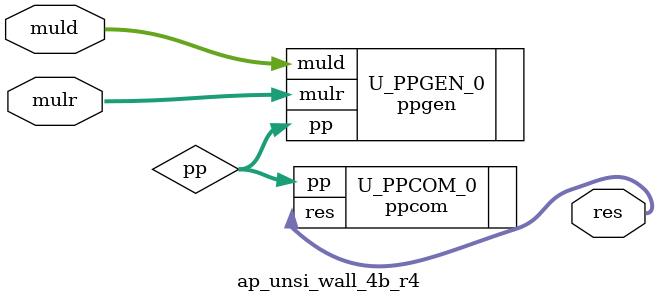
<source format=v>
module ap_unsi_wall_4b_r4 (
    input  [3:0] muld,
    input  [3:0] mulr,
    
    output [7:0] res
);

wire [15:0] pp;

ppgen #(
    .DW                             ( 4                             ))
U_PPGEN_0(
    .muld                           ( muld                          ),
    .mulr                           ( mulr                          ),
    .pp                             ( pp                            )
);


ppcom U_PPCOM_0(
    .pp                             ( pp                            ),
    .res                            ( res                           )
);


endmodule

</source>
